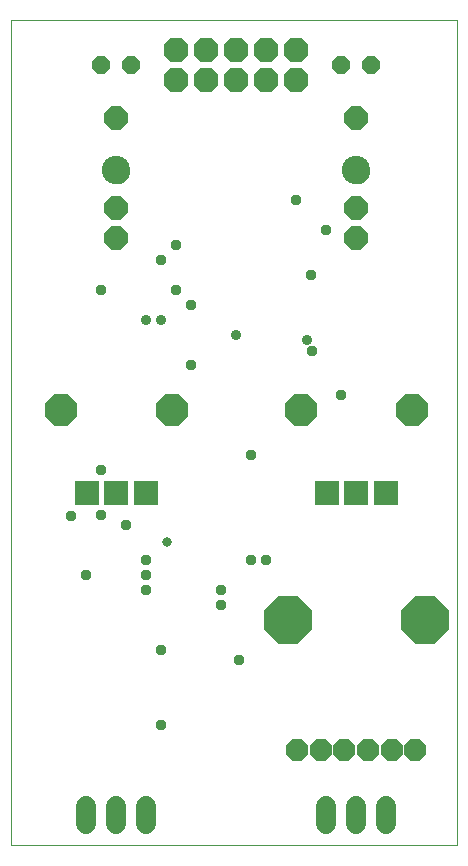
<source format=gts>
G75*
%MOIN*%
%OFA0B0*%
%FSLAX25Y25*%
%IPPOS*%
%LPD*%
%AMOC8*
5,1,8,0,0,1.08239X$1,22.5*
%
%ADD10C,0.00000*%
%ADD11OC8,0.07800*%
%ADD12C,0.09461*%
%ADD13OC8,0.08200*%
%ADD14OC8,0.06000*%
%ADD15OC8,0.07099*%
%ADD16OC8,0.15824*%
%ADD17R,0.08200X0.08200*%
%ADD18OC8,0.10800*%
%ADD19C,0.06800*%
%ADD20C,0.03778*%
%ADD21C,0.03187*%
%ADD22C,0.03581*%
D10*
X0016998Y0005800D02*
X0016998Y0280761D01*
X0165699Y0280761D01*
X0165699Y0005800D01*
X0016998Y0005800D01*
X0047667Y0230800D02*
X0047669Y0230931D01*
X0047675Y0231063D01*
X0047685Y0231194D01*
X0047699Y0231325D01*
X0047717Y0231455D01*
X0047739Y0231584D01*
X0047764Y0231713D01*
X0047794Y0231841D01*
X0047828Y0231968D01*
X0047865Y0232095D01*
X0047906Y0232219D01*
X0047951Y0232343D01*
X0048000Y0232465D01*
X0048052Y0232586D01*
X0048108Y0232704D01*
X0048168Y0232822D01*
X0048231Y0232937D01*
X0048298Y0233050D01*
X0048368Y0233162D01*
X0048441Y0233271D01*
X0048517Y0233377D01*
X0048597Y0233482D01*
X0048680Y0233584D01*
X0048766Y0233683D01*
X0048855Y0233780D01*
X0048947Y0233874D01*
X0049042Y0233965D01*
X0049139Y0234054D01*
X0049239Y0234139D01*
X0049342Y0234221D01*
X0049447Y0234300D01*
X0049554Y0234376D01*
X0049664Y0234448D01*
X0049776Y0234517D01*
X0049890Y0234583D01*
X0050005Y0234645D01*
X0050123Y0234704D01*
X0050242Y0234759D01*
X0050363Y0234811D01*
X0050486Y0234858D01*
X0050610Y0234902D01*
X0050735Y0234943D01*
X0050861Y0234979D01*
X0050989Y0235012D01*
X0051117Y0235040D01*
X0051246Y0235065D01*
X0051376Y0235086D01*
X0051506Y0235103D01*
X0051637Y0235116D01*
X0051768Y0235125D01*
X0051899Y0235130D01*
X0052031Y0235131D01*
X0052162Y0235128D01*
X0052294Y0235121D01*
X0052425Y0235110D01*
X0052555Y0235095D01*
X0052685Y0235076D01*
X0052815Y0235053D01*
X0052943Y0235027D01*
X0053071Y0234996D01*
X0053198Y0234961D01*
X0053324Y0234923D01*
X0053448Y0234881D01*
X0053572Y0234835D01*
X0053693Y0234785D01*
X0053813Y0234732D01*
X0053932Y0234675D01*
X0054049Y0234615D01*
X0054163Y0234551D01*
X0054276Y0234483D01*
X0054387Y0234412D01*
X0054496Y0234338D01*
X0054602Y0234261D01*
X0054706Y0234180D01*
X0054807Y0234097D01*
X0054906Y0234010D01*
X0055002Y0233920D01*
X0055095Y0233827D01*
X0055186Y0233732D01*
X0055273Y0233634D01*
X0055358Y0233533D01*
X0055439Y0233430D01*
X0055517Y0233324D01*
X0055592Y0233216D01*
X0055664Y0233106D01*
X0055732Y0232994D01*
X0055797Y0232880D01*
X0055858Y0232763D01*
X0055916Y0232645D01*
X0055970Y0232525D01*
X0056021Y0232404D01*
X0056068Y0232281D01*
X0056111Y0232157D01*
X0056150Y0232032D01*
X0056186Y0231905D01*
X0056217Y0231777D01*
X0056245Y0231649D01*
X0056269Y0231520D01*
X0056289Y0231390D01*
X0056305Y0231259D01*
X0056317Y0231128D01*
X0056325Y0230997D01*
X0056329Y0230866D01*
X0056329Y0230734D01*
X0056325Y0230603D01*
X0056317Y0230472D01*
X0056305Y0230341D01*
X0056289Y0230210D01*
X0056269Y0230080D01*
X0056245Y0229951D01*
X0056217Y0229823D01*
X0056186Y0229695D01*
X0056150Y0229568D01*
X0056111Y0229443D01*
X0056068Y0229319D01*
X0056021Y0229196D01*
X0055970Y0229075D01*
X0055916Y0228955D01*
X0055858Y0228837D01*
X0055797Y0228720D01*
X0055732Y0228606D01*
X0055664Y0228494D01*
X0055592Y0228384D01*
X0055517Y0228276D01*
X0055439Y0228170D01*
X0055358Y0228067D01*
X0055273Y0227966D01*
X0055186Y0227868D01*
X0055095Y0227773D01*
X0055002Y0227680D01*
X0054906Y0227590D01*
X0054807Y0227503D01*
X0054706Y0227420D01*
X0054602Y0227339D01*
X0054496Y0227262D01*
X0054387Y0227188D01*
X0054276Y0227117D01*
X0054164Y0227049D01*
X0054049Y0226985D01*
X0053932Y0226925D01*
X0053813Y0226868D01*
X0053693Y0226815D01*
X0053572Y0226765D01*
X0053448Y0226719D01*
X0053324Y0226677D01*
X0053198Y0226639D01*
X0053071Y0226604D01*
X0052943Y0226573D01*
X0052815Y0226547D01*
X0052685Y0226524D01*
X0052555Y0226505D01*
X0052425Y0226490D01*
X0052294Y0226479D01*
X0052162Y0226472D01*
X0052031Y0226469D01*
X0051899Y0226470D01*
X0051768Y0226475D01*
X0051637Y0226484D01*
X0051506Y0226497D01*
X0051376Y0226514D01*
X0051246Y0226535D01*
X0051117Y0226560D01*
X0050989Y0226588D01*
X0050861Y0226621D01*
X0050735Y0226657D01*
X0050610Y0226698D01*
X0050486Y0226742D01*
X0050363Y0226789D01*
X0050242Y0226841D01*
X0050123Y0226896D01*
X0050005Y0226955D01*
X0049890Y0227017D01*
X0049776Y0227083D01*
X0049664Y0227152D01*
X0049554Y0227224D01*
X0049447Y0227300D01*
X0049342Y0227379D01*
X0049239Y0227461D01*
X0049139Y0227546D01*
X0049042Y0227635D01*
X0048947Y0227726D01*
X0048855Y0227820D01*
X0048766Y0227917D01*
X0048680Y0228016D01*
X0048597Y0228118D01*
X0048517Y0228223D01*
X0048441Y0228329D01*
X0048368Y0228438D01*
X0048298Y0228550D01*
X0048231Y0228663D01*
X0048168Y0228778D01*
X0048108Y0228896D01*
X0048052Y0229014D01*
X0048000Y0229135D01*
X0047951Y0229257D01*
X0047906Y0229381D01*
X0047865Y0229505D01*
X0047828Y0229632D01*
X0047794Y0229759D01*
X0047764Y0229887D01*
X0047739Y0230016D01*
X0047717Y0230145D01*
X0047699Y0230275D01*
X0047685Y0230406D01*
X0047675Y0230537D01*
X0047669Y0230669D01*
X0047667Y0230800D01*
X0127667Y0230800D02*
X0127669Y0230931D01*
X0127675Y0231063D01*
X0127685Y0231194D01*
X0127699Y0231325D01*
X0127717Y0231455D01*
X0127739Y0231584D01*
X0127764Y0231713D01*
X0127794Y0231841D01*
X0127828Y0231968D01*
X0127865Y0232095D01*
X0127906Y0232219D01*
X0127951Y0232343D01*
X0128000Y0232465D01*
X0128052Y0232586D01*
X0128108Y0232704D01*
X0128168Y0232822D01*
X0128231Y0232937D01*
X0128298Y0233050D01*
X0128368Y0233162D01*
X0128441Y0233271D01*
X0128517Y0233377D01*
X0128597Y0233482D01*
X0128680Y0233584D01*
X0128766Y0233683D01*
X0128855Y0233780D01*
X0128947Y0233874D01*
X0129042Y0233965D01*
X0129139Y0234054D01*
X0129239Y0234139D01*
X0129342Y0234221D01*
X0129447Y0234300D01*
X0129554Y0234376D01*
X0129664Y0234448D01*
X0129776Y0234517D01*
X0129890Y0234583D01*
X0130005Y0234645D01*
X0130123Y0234704D01*
X0130242Y0234759D01*
X0130363Y0234811D01*
X0130486Y0234858D01*
X0130610Y0234902D01*
X0130735Y0234943D01*
X0130861Y0234979D01*
X0130989Y0235012D01*
X0131117Y0235040D01*
X0131246Y0235065D01*
X0131376Y0235086D01*
X0131506Y0235103D01*
X0131637Y0235116D01*
X0131768Y0235125D01*
X0131899Y0235130D01*
X0132031Y0235131D01*
X0132162Y0235128D01*
X0132294Y0235121D01*
X0132425Y0235110D01*
X0132555Y0235095D01*
X0132685Y0235076D01*
X0132815Y0235053D01*
X0132943Y0235027D01*
X0133071Y0234996D01*
X0133198Y0234961D01*
X0133324Y0234923D01*
X0133448Y0234881D01*
X0133572Y0234835D01*
X0133693Y0234785D01*
X0133813Y0234732D01*
X0133932Y0234675D01*
X0134049Y0234615D01*
X0134163Y0234551D01*
X0134276Y0234483D01*
X0134387Y0234412D01*
X0134496Y0234338D01*
X0134602Y0234261D01*
X0134706Y0234180D01*
X0134807Y0234097D01*
X0134906Y0234010D01*
X0135002Y0233920D01*
X0135095Y0233827D01*
X0135186Y0233732D01*
X0135273Y0233634D01*
X0135358Y0233533D01*
X0135439Y0233430D01*
X0135517Y0233324D01*
X0135592Y0233216D01*
X0135664Y0233106D01*
X0135732Y0232994D01*
X0135797Y0232880D01*
X0135858Y0232763D01*
X0135916Y0232645D01*
X0135970Y0232525D01*
X0136021Y0232404D01*
X0136068Y0232281D01*
X0136111Y0232157D01*
X0136150Y0232032D01*
X0136186Y0231905D01*
X0136217Y0231777D01*
X0136245Y0231649D01*
X0136269Y0231520D01*
X0136289Y0231390D01*
X0136305Y0231259D01*
X0136317Y0231128D01*
X0136325Y0230997D01*
X0136329Y0230866D01*
X0136329Y0230734D01*
X0136325Y0230603D01*
X0136317Y0230472D01*
X0136305Y0230341D01*
X0136289Y0230210D01*
X0136269Y0230080D01*
X0136245Y0229951D01*
X0136217Y0229823D01*
X0136186Y0229695D01*
X0136150Y0229568D01*
X0136111Y0229443D01*
X0136068Y0229319D01*
X0136021Y0229196D01*
X0135970Y0229075D01*
X0135916Y0228955D01*
X0135858Y0228837D01*
X0135797Y0228720D01*
X0135732Y0228606D01*
X0135664Y0228494D01*
X0135592Y0228384D01*
X0135517Y0228276D01*
X0135439Y0228170D01*
X0135358Y0228067D01*
X0135273Y0227966D01*
X0135186Y0227868D01*
X0135095Y0227773D01*
X0135002Y0227680D01*
X0134906Y0227590D01*
X0134807Y0227503D01*
X0134706Y0227420D01*
X0134602Y0227339D01*
X0134496Y0227262D01*
X0134387Y0227188D01*
X0134276Y0227117D01*
X0134164Y0227049D01*
X0134049Y0226985D01*
X0133932Y0226925D01*
X0133813Y0226868D01*
X0133693Y0226815D01*
X0133572Y0226765D01*
X0133448Y0226719D01*
X0133324Y0226677D01*
X0133198Y0226639D01*
X0133071Y0226604D01*
X0132943Y0226573D01*
X0132815Y0226547D01*
X0132685Y0226524D01*
X0132555Y0226505D01*
X0132425Y0226490D01*
X0132294Y0226479D01*
X0132162Y0226472D01*
X0132031Y0226469D01*
X0131899Y0226470D01*
X0131768Y0226475D01*
X0131637Y0226484D01*
X0131506Y0226497D01*
X0131376Y0226514D01*
X0131246Y0226535D01*
X0131117Y0226560D01*
X0130989Y0226588D01*
X0130861Y0226621D01*
X0130735Y0226657D01*
X0130610Y0226698D01*
X0130486Y0226742D01*
X0130363Y0226789D01*
X0130242Y0226841D01*
X0130123Y0226896D01*
X0130005Y0226955D01*
X0129890Y0227017D01*
X0129776Y0227083D01*
X0129664Y0227152D01*
X0129554Y0227224D01*
X0129447Y0227300D01*
X0129342Y0227379D01*
X0129239Y0227461D01*
X0129139Y0227546D01*
X0129042Y0227635D01*
X0128947Y0227726D01*
X0128855Y0227820D01*
X0128766Y0227917D01*
X0128680Y0228016D01*
X0128597Y0228118D01*
X0128517Y0228223D01*
X0128441Y0228329D01*
X0128368Y0228438D01*
X0128298Y0228550D01*
X0128231Y0228663D01*
X0128168Y0228778D01*
X0128108Y0228896D01*
X0128052Y0229014D01*
X0128000Y0229135D01*
X0127951Y0229257D01*
X0127906Y0229381D01*
X0127865Y0229505D01*
X0127828Y0229632D01*
X0127794Y0229759D01*
X0127764Y0229887D01*
X0127739Y0230016D01*
X0127717Y0230145D01*
X0127699Y0230275D01*
X0127685Y0230406D01*
X0127675Y0230537D01*
X0127669Y0230669D01*
X0127667Y0230800D01*
D11*
X0131998Y0218300D03*
X0131998Y0208300D03*
X0131998Y0248300D03*
X0051998Y0248300D03*
X0051998Y0218300D03*
X0051998Y0208300D03*
D12*
X0051998Y0230800D03*
X0131998Y0230800D03*
D13*
X0111998Y0260800D03*
X0111998Y0270800D03*
X0101998Y0270800D03*
X0101998Y0260800D03*
X0091998Y0260800D03*
X0091998Y0270800D03*
X0081998Y0270800D03*
X0081998Y0260800D03*
X0071998Y0260800D03*
X0071998Y0270800D03*
D14*
X0056998Y0265800D03*
X0046998Y0265800D03*
X0126998Y0265800D03*
X0136998Y0265800D03*
D15*
X0135935Y0037493D03*
X0128061Y0037493D03*
X0120187Y0037493D03*
X0112313Y0037493D03*
X0143809Y0037493D03*
X0151683Y0037493D03*
D16*
X0154833Y0080800D03*
X0109163Y0080800D03*
D17*
X0122156Y0123241D03*
X0131998Y0123241D03*
X0141841Y0123241D03*
X0061841Y0123241D03*
X0051998Y0123241D03*
X0042156Y0123241D03*
D18*
X0033494Y0150800D03*
X0070502Y0150800D03*
X0113494Y0150800D03*
X0150502Y0150800D03*
D19*
X0141998Y0018800D02*
X0141998Y0012800D01*
X0131998Y0012800D02*
X0131998Y0018800D01*
X0121998Y0018800D02*
X0121998Y0012800D01*
X0061998Y0012800D02*
X0061998Y0018800D01*
X0051998Y0018800D02*
X0051998Y0012800D01*
X0041998Y0012800D02*
X0041998Y0018800D01*
D20*
X0066998Y0045800D03*
X0066998Y0070800D03*
X0061998Y0090800D03*
X0061998Y0095800D03*
X0061998Y0100800D03*
X0055201Y0112598D03*
X0046998Y0115800D03*
X0037097Y0115652D03*
X0046998Y0130800D03*
X0041998Y0095800D03*
X0086998Y0090800D03*
X0086998Y0085800D03*
X0096998Y0100800D03*
X0101998Y0100800D03*
X0092901Y0067653D03*
X0096998Y0135800D03*
X0076798Y0165800D03*
X0076998Y0185800D03*
X0071998Y0190800D03*
X0066998Y0200800D03*
X0071998Y0205800D03*
X0046998Y0190800D03*
X0111998Y0220800D03*
X0121998Y0210800D03*
X0116998Y0195800D03*
X0117228Y0170570D03*
X0126998Y0155800D03*
D21*
X0069097Y0106998D03*
D22*
X0115602Y0174146D03*
X0091998Y0175800D03*
X0066998Y0180800D03*
X0061998Y0180800D03*
M02*

</source>
